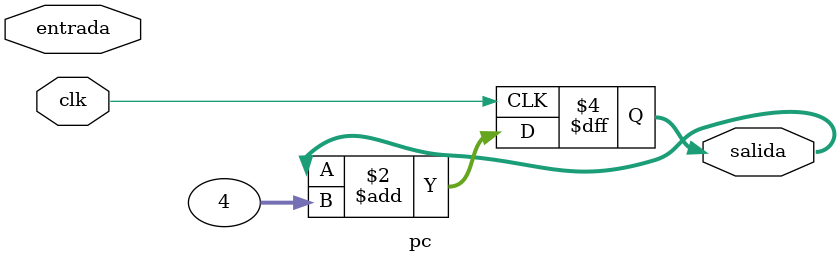
<source format=v>
module pc (
	input clk,
	input[31:0] entrada,
	output reg [31:0]salida
);


initial
begin
	salida <= -4;
end


always@(posedge clk)
begin
	salida <= salida+32'd4;
end


endmodule

</source>
